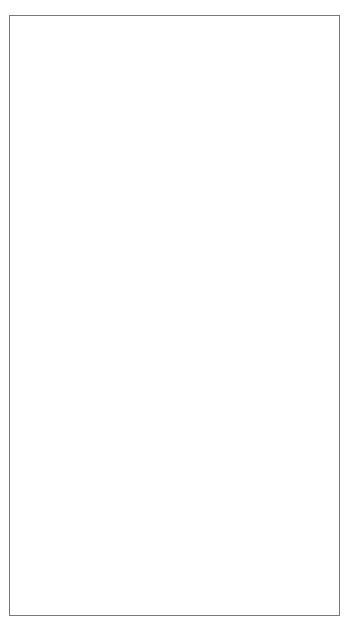
<source format=gbr>
%TF.GenerationSoftware,KiCad,Pcbnew,7.0.5*%
%TF.CreationDate,2023-10-04T22:19:23-05:00*%
%TF.ProjectId,Current Sensing Breakout,43757272-656e-4742-9053-656e73696e67,rev?*%
%TF.SameCoordinates,Original*%
%TF.FileFunction,Profile,NP*%
%FSLAX46Y46*%
G04 Gerber Fmt 4.6, Leading zero omitted, Abs format (unit mm)*
G04 Created by KiCad (PCBNEW 7.0.5) date 2023-10-04 22:19:23*
%MOMM*%
%LPD*%
G01*
G04 APERTURE LIST*
%TA.AperFunction,Profile*%
%ADD10C,0.100000*%
%TD*%
G04 APERTURE END LIST*
D10*
X76200000Y-25400000D02*
X76200000Y-53340000D01*
X48260000Y-25400000D02*
X76200000Y-25400000D01*
X76200000Y-53340000D02*
X76200000Y-66040000D01*
X48260000Y-76200000D02*
X48260000Y-25400000D01*
X76200000Y-66040000D02*
X76200000Y-76200000D01*
X76200000Y-76200000D02*
X48260000Y-76200000D01*
M02*

</source>
